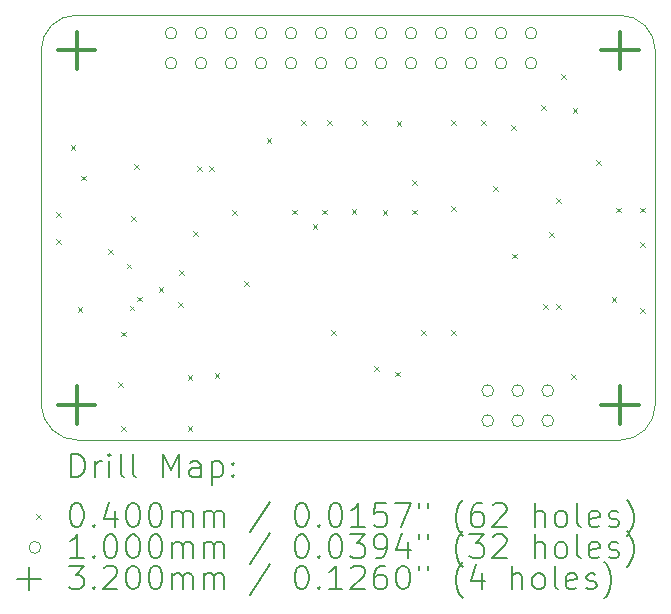
<source format=gbr>
%TF.GenerationSoftware,KiCad,Pcbnew,6.0.11-2627ca5db0~126~ubuntu22.04.1*%
%TF.CreationDate,2023-08-09T03:57:06+02:00*%
%TF.ProjectId,OpenCyphalPicoBase,4f70656e-4379-4706-9861-6c5069636f42,0.3*%
%TF.SameCoordinates,PX55d4a80PY57bcf00*%
%TF.FileFunction,Drillmap*%
%TF.FilePolarity,Positive*%
%FSLAX45Y45*%
G04 Gerber Fmt 4.5, Leading zero omitted, Abs format (unit mm)*
G04 Created by KiCad (PCBNEW 6.0.11-2627ca5db0~126~ubuntu22.04.1) date 2023-08-09 03:57:06*
%MOMM*%
%LPD*%
G01*
G04 APERTURE LIST*
%ADD10C,0.050000*%
%ADD11C,0.200000*%
%ADD12C,0.040000*%
%ADD13C,0.100000*%
%ADD14C,0.320000*%
G04 APERTURE END LIST*
D10*
X2300000Y-1800000D02*
X-2287868Y-1800000D01*
X-2600000Y1500000D02*
X-2600000Y-1500000D01*
X2600000Y1500000D02*
X2600000Y-1500000D01*
X2300000Y1800000D02*
X-2300000Y1800000D01*
X2600000Y1500000D02*
G75*
G03*
X2300000Y1800000I-300000J0D01*
G01*
X-2300000Y1800000D02*
G75*
G03*
X-2600000Y1500000I0J-300000D01*
G01*
X2300000Y-1800000D02*
G75*
G03*
X2600000Y-1500000I0J300000D01*
G01*
X-2600005Y-1500000D02*
G75*
G03*
X-2287868Y-1800000I312135J12380D01*
G01*
D11*
D12*
X-2470000Y130000D02*
X-2430000Y90000D01*
X-2430000Y130000D02*
X-2470000Y90000D01*
X-2470000Y-100000D02*
X-2430000Y-140000D01*
X-2430000Y-100000D02*
X-2470000Y-140000D01*
X-2350000Y700000D02*
X-2310000Y660000D01*
X-2310000Y700000D02*
X-2350000Y660000D01*
X-2290000Y-670000D02*
X-2250000Y-710000D01*
X-2250000Y-670000D02*
X-2290000Y-710000D01*
X-2260000Y440000D02*
X-2220000Y400000D01*
X-2220000Y440000D02*
X-2260000Y400000D01*
X-2030000Y-180000D02*
X-1990000Y-220000D01*
X-1990000Y-180000D02*
X-2030000Y-220000D01*
X-1950000Y-1310000D02*
X-1910000Y-1350000D01*
X-1910000Y-1310000D02*
X-1950000Y-1350000D01*
X-1920000Y-880000D02*
X-1880000Y-920000D01*
X-1880000Y-880000D02*
X-1920000Y-920000D01*
X-1920000Y-1680000D02*
X-1880000Y-1720000D01*
X-1880000Y-1680000D02*
X-1920000Y-1720000D01*
X-1875000Y-305000D02*
X-1835000Y-345000D01*
X-1835000Y-305000D02*
X-1875000Y-345000D01*
X-1850000Y-660000D02*
X-1810000Y-700000D01*
X-1810000Y-660000D02*
X-1850000Y-700000D01*
X-1840000Y100000D02*
X-1800000Y60000D01*
X-1800000Y100000D02*
X-1840000Y60000D01*
X-1810000Y540000D02*
X-1770000Y500000D01*
X-1770000Y540000D02*
X-1810000Y500000D01*
X-1784953Y-584112D02*
X-1744953Y-624112D01*
X-1744953Y-584112D02*
X-1784953Y-624112D01*
X-1604778Y-502861D02*
X-1564778Y-542861D01*
X-1564778Y-502861D02*
X-1604778Y-542861D01*
X-1440000Y-630000D02*
X-1400000Y-670000D01*
X-1400000Y-630000D02*
X-1440000Y-670000D01*
X-1430000Y-360000D02*
X-1390000Y-400000D01*
X-1390000Y-360000D02*
X-1430000Y-400000D01*
X-1360000Y-1250000D02*
X-1320000Y-1290000D01*
X-1320000Y-1250000D02*
X-1360000Y-1290000D01*
X-1360000Y-1680000D02*
X-1320000Y-1720000D01*
X-1320000Y-1680000D02*
X-1360000Y-1720000D01*
X-1310000Y-30000D02*
X-1270000Y-70000D01*
X-1270000Y-30000D02*
X-1310000Y-70000D01*
X-1279950Y520000D02*
X-1239950Y480000D01*
X-1239950Y520000D02*
X-1279950Y480000D01*
X-1180000Y520000D02*
X-1140000Y480000D01*
X-1140000Y520000D02*
X-1180000Y480000D01*
X-1130000Y-1230000D02*
X-1090000Y-1270000D01*
X-1090000Y-1230000D02*
X-1130000Y-1270000D01*
X-981000Y151000D02*
X-941000Y111000D01*
X-941000Y151000D02*
X-981000Y111000D01*
X-880000Y-450000D02*
X-840000Y-490000D01*
X-840000Y-450000D02*
X-880000Y-490000D01*
X-690000Y760000D02*
X-650000Y720000D01*
X-650000Y760000D02*
X-690000Y720000D01*
X-472000Y152000D02*
X-432000Y112000D01*
X-432000Y152000D02*
X-472000Y112000D01*
X-401000Y909000D02*
X-361000Y869000D01*
X-361000Y909000D02*
X-401000Y869000D01*
X-300000Y30000D02*
X-260000Y-10000D01*
X-260000Y30000D02*
X-300000Y-10000D01*
X-218000Y152000D02*
X-178000Y112000D01*
X-178000Y152000D02*
X-218000Y112000D01*
X-180000Y909000D02*
X-140000Y869000D01*
X-140000Y909000D02*
X-180000Y869000D01*
X-147000Y-869000D02*
X-107000Y-909000D01*
X-107000Y-869000D02*
X-147000Y-909000D01*
X29000Y159000D02*
X69000Y119000D01*
X69000Y159000D02*
X29000Y119000D01*
X120000Y909000D02*
X160000Y869000D01*
X160000Y909000D02*
X120000Y869000D01*
X220000Y-1170000D02*
X260000Y-1210000D01*
X260000Y-1170000D02*
X220000Y-1210000D01*
X291000Y151000D02*
X331000Y111000D01*
X331000Y151000D02*
X291000Y111000D01*
X400000Y-1220000D02*
X440000Y-1260000D01*
X440000Y-1220000D02*
X400000Y-1260000D01*
X410000Y900000D02*
X450000Y860000D01*
X450000Y900000D02*
X410000Y860000D01*
X540000Y400000D02*
X580000Y360000D01*
X580000Y400000D02*
X540000Y360000D01*
X542000Y152000D02*
X582000Y112000D01*
X582000Y152000D02*
X542000Y112000D01*
X615000Y-869000D02*
X655000Y-909000D01*
X655000Y-869000D02*
X615000Y-909000D01*
X869000Y909000D02*
X909000Y869000D01*
X909000Y909000D02*
X869000Y869000D01*
X869000Y-869000D02*
X909000Y-909000D01*
X909000Y-869000D02*
X869000Y-909000D01*
X870000Y180000D02*
X910000Y140000D01*
X910000Y180000D02*
X870000Y140000D01*
X1123000Y909000D02*
X1163000Y869000D01*
X1163000Y909000D02*
X1123000Y869000D01*
X1226143Y348803D02*
X1266143Y308803D01*
X1266143Y348803D02*
X1226143Y308803D01*
X1377000Y870000D02*
X1417000Y830000D01*
X1417000Y870000D02*
X1377000Y830000D01*
X1390000Y-220000D02*
X1430000Y-260000D01*
X1430000Y-220000D02*
X1390000Y-260000D01*
X1631000Y1036000D02*
X1671000Y996000D01*
X1671000Y1036000D02*
X1631000Y996000D01*
X1650000Y-649050D02*
X1690000Y-689050D01*
X1690000Y-649050D02*
X1650000Y-689050D01*
X1700000Y-40000D02*
X1740000Y-80000D01*
X1740000Y-40000D02*
X1700000Y-80000D01*
X1760000Y250000D02*
X1800000Y210000D01*
X1800000Y250000D02*
X1760000Y210000D01*
X1760000Y-649050D02*
X1800000Y-689050D01*
X1800000Y-649050D02*
X1760000Y-689050D01*
X1800000Y1300000D02*
X1840000Y1260000D01*
X1840000Y1300000D02*
X1800000Y1260000D01*
X1890000Y-1240000D02*
X1930000Y-1280000D01*
X1930000Y-1240000D02*
X1890000Y-1280000D01*
X1900000Y1010000D02*
X1940000Y970000D01*
X1940000Y1010000D02*
X1900000Y970000D01*
X2100000Y570000D02*
X2140000Y530000D01*
X2140000Y570000D02*
X2100000Y530000D01*
X2230000Y-590000D02*
X2270000Y-630000D01*
X2270000Y-590000D02*
X2230000Y-630000D01*
X2270000Y170000D02*
X2310000Y130000D01*
X2310000Y170000D02*
X2270000Y130000D01*
X2470000Y170000D02*
X2510000Y130000D01*
X2510000Y170000D02*
X2470000Y130000D01*
X2470000Y-120000D02*
X2510000Y-160000D01*
X2510000Y-120000D02*
X2470000Y-160000D01*
X2470000Y-680000D02*
X2510000Y-720000D01*
X2510000Y-680000D02*
X2470000Y-720000D01*
D13*
X-1450000Y1646500D02*
G75*
G03*
X-1450000Y1646500I-50000J0D01*
G01*
X-1450000Y1392500D02*
G75*
G03*
X-1450000Y1392500I-50000J0D01*
G01*
X-1196000Y1646500D02*
G75*
G03*
X-1196000Y1646500I-50000J0D01*
G01*
X-1196000Y1392500D02*
G75*
G03*
X-1196000Y1392500I-50000J0D01*
G01*
X-942000Y1646500D02*
G75*
G03*
X-942000Y1646500I-50000J0D01*
G01*
X-942000Y1392500D02*
G75*
G03*
X-942000Y1392500I-50000J0D01*
G01*
X-688000Y1646500D02*
G75*
G03*
X-688000Y1646500I-50000J0D01*
G01*
X-688000Y1392500D02*
G75*
G03*
X-688000Y1392500I-50000J0D01*
G01*
X-434000Y1646500D02*
G75*
G03*
X-434000Y1646500I-50000J0D01*
G01*
X-434000Y1392500D02*
G75*
G03*
X-434000Y1392500I-50000J0D01*
G01*
X-180000Y1646500D02*
G75*
G03*
X-180000Y1646500I-50000J0D01*
G01*
X-180000Y1392500D02*
G75*
G03*
X-180000Y1392500I-50000J0D01*
G01*
X74000Y1646500D02*
G75*
G03*
X74000Y1646500I-50000J0D01*
G01*
X74000Y1392500D02*
G75*
G03*
X74000Y1392500I-50000J0D01*
G01*
X328000Y1646500D02*
G75*
G03*
X328000Y1646500I-50000J0D01*
G01*
X328000Y1392500D02*
G75*
G03*
X328000Y1392500I-50000J0D01*
G01*
X582000Y1646500D02*
G75*
G03*
X582000Y1646500I-50000J0D01*
G01*
X582000Y1392500D02*
G75*
G03*
X582000Y1392500I-50000J0D01*
G01*
X836000Y1646500D02*
G75*
G03*
X836000Y1646500I-50000J0D01*
G01*
X836000Y1392500D02*
G75*
G03*
X836000Y1392500I-50000J0D01*
G01*
X1090000Y1646500D02*
G75*
G03*
X1090000Y1646500I-50000J0D01*
G01*
X1090000Y1392500D02*
G75*
G03*
X1090000Y1392500I-50000J0D01*
G01*
X1232000Y-1380000D02*
G75*
G03*
X1232000Y-1380000I-50000J0D01*
G01*
X1232000Y-1634000D02*
G75*
G03*
X1232000Y-1634000I-50000J0D01*
G01*
X1344000Y1646500D02*
G75*
G03*
X1344000Y1646500I-50000J0D01*
G01*
X1344000Y1392500D02*
G75*
G03*
X1344000Y1392500I-50000J0D01*
G01*
X1486000Y-1380000D02*
G75*
G03*
X1486000Y-1380000I-50000J0D01*
G01*
X1486000Y-1634000D02*
G75*
G03*
X1486000Y-1634000I-50000J0D01*
G01*
X1598000Y1646500D02*
G75*
G03*
X1598000Y1646500I-50000J0D01*
G01*
X1598000Y1392500D02*
G75*
G03*
X1598000Y1392500I-50000J0D01*
G01*
X1740000Y-1380000D02*
G75*
G03*
X1740000Y-1380000I-50000J0D01*
G01*
X1740000Y-1634000D02*
G75*
G03*
X1740000Y-1634000I-50000J0D01*
G01*
D14*
X-2300000Y1660000D02*
X-2300000Y1340000D01*
X-2460000Y1500000D02*
X-2140000Y1500000D01*
X-2300000Y-1340000D02*
X-2300000Y-1660000D01*
X-2460000Y-1500000D02*
X-2140000Y-1500000D01*
X2300000Y1660000D02*
X2300000Y1340000D01*
X2140000Y1500000D02*
X2460000Y1500000D01*
X2300000Y-1340000D02*
X2300000Y-1660000D01*
X2140000Y-1500000D02*
X2460000Y-1500000D01*
D11*
X-2344881Y-2112976D02*
X-2344881Y-1912976D01*
X-2297262Y-1912976D01*
X-2268691Y-1922500D01*
X-2249643Y-1941548D01*
X-2240119Y-1960595D01*
X-2230595Y-1998690D01*
X-2230595Y-2027262D01*
X-2240119Y-2065357D01*
X-2249643Y-2084405D01*
X-2268691Y-2103452D01*
X-2297262Y-2112976D01*
X-2344881Y-2112976D01*
X-2144881Y-2112976D02*
X-2144881Y-1979643D01*
X-2144881Y-2017738D02*
X-2135357Y-1998690D01*
X-2125833Y-1989167D01*
X-2106786Y-1979643D01*
X-2087738Y-1979643D01*
X-2021071Y-2112976D02*
X-2021071Y-1979643D01*
X-2021071Y-1912976D02*
X-2030595Y-1922500D01*
X-2021071Y-1932024D01*
X-2011548Y-1922500D01*
X-2021071Y-1912976D01*
X-2021071Y-1932024D01*
X-1897262Y-2112976D02*
X-1916310Y-2103452D01*
X-1925833Y-2084405D01*
X-1925833Y-1912976D01*
X-1792500Y-2112976D02*
X-1811548Y-2103452D01*
X-1821071Y-2084405D01*
X-1821071Y-1912976D01*
X-1563929Y-2112976D02*
X-1563929Y-1912976D01*
X-1497262Y-2055833D01*
X-1430595Y-1912976D01*
X-1430595Y-2112976D01*
X-1249643Y-2112976D02*
X-1249643Y-2008214D01*
X-1259167Y-1989167D01*
X-1278214Y-1979643D01*
X-1316310Y-1979643D01*
X-1335357Y-1989167D01*
X-1249643Y-2103452D02*
X-1268691Y-2112976D01*
X-1316310Y-2112976D01*
X-1335357Y-2103452D01*
X-1344881Y-2084405D01*
X-1344881Y-2065357D01*
X-1335357Y-2046309D01*
X-1316310Y-2036786D01*
X-1268691Y-2036786D01*
X-1249643Y-2027262D01*
X-1154405Y-1979643D02*
X-1154405Y-2179643D01*
X-1154405Y-1989167D02*
X-1135357Y-1979643D01*
X-1097262Y-1979643D01*
X-1078214Y-1989167D01*
X-1068691Y-1998690D01*
X-1059167Y-2017738D01*
X-1059167Y-2074881D01*
X-1068691Y-2093928D01*
X-1078214Y-2103452D01*
X-1097262Y-2112976D01*
X-1135357Y-2112976D01*
X-1154405Y-2103452D01*
X-973452Y-2093928D02*
X-963929Y-2103452D01*
X-973452Y-2112976D01*
X-982976Y-2103452D01*
X-973452Y-2093928D01*
X-973452Y-2112976D01*
X-973452Y-1989167D02*
X-963929Y-1998690D01*
X-973452Y-2008214D01*
X-982976Y-1998690D01*
X-973452Y-1989167D01*
X-973452Y-2008214D01*
D12*
X-2642500Y-2422500D02*
X-2602500Y-2462500D01*
X-2602500Y-2422500D02*
X-2642500Y-2462500D01*
D11*
X-2306786Y-2332976D02*
X-2287738Y-2332976D01*
X-2268691Y-2342500D01*
X-2259167Y-2352024D01*
X-2249643Y-2371071D01*
X-2240119Y-2409167D01*
X-2240119Y-2456786D01*
X-2249643Y-2494881D01*
X-2259167Y-2513929D01*
X-2268691Y-2523452D01*
X-2287738Y-2532976D01*
X-2306786Y-2532976D01*
X-2325833Y-2523452D01*
X-2335357Y-2513929D01*
X-2344881Y-2494881D01*
X-2354405Y-2456786D01*
X-2354405Y-2409167D01*
X-2344881Y-2371071D01*
X-2335357Y-2352024D01*
X-2325833Y-2342500D01*
X-2306786Y-2332976D01*
X-2154405Y-2513929D02*
X-2144881Y-2523452D01*
X-2154405Y-2532976D01*
X-2163929Y-2523452D01*
X-2154405Y-2513929D01*
X-2154405Y-2532976D01*
X-1973452Y-2399643D02*
X-1973452Y-2532976D01*
X-2021071Y-2323452D02*
X-2068690Y-2466310D01*
X-1944881Y-2466310D01*
X-1830595Y-2332976D02*
X-1811548Y-2332976D01*
X-1792500Y-2342500D01*
X-1782976Y-2352024D01*
X-1773452Y-2371071D01*
X-1763929Y-2409167D01*
X-1763929Y-2456786D01*
X-1773452Y-2494881D01*
X-1782976Y-2513929D01*
X-1792500Y-2523452D01*
X-1811548Y-2532976D01*
X-1830595Y-2532976D01*
X-1849643Y-2523452D01*
X-1859167Y-2513929D01*
X-1868690Y-2494881D01*
X-1878214Y-2456786D01*
X-1878214Y-2409167D01*
X-1868690Y-2371071D01*
X-1859167Y-2352024D01*
X-1849643Y-2342500D01*
X-1830595Y-2332976D01*
X-1640119Y-2332976D02*
X-1621071Y-2332976D01*
X-1602024Y-2342500D01*
X-1592500Y-2352024D01*
X-1582976Y-2371071D01*
X-1573452Y-2409167D01*
X-1573452Y-2456786D01*
X-1582976Y-2494881D01*
X-1592500Y-2513929D01*
X-1602024Y-2523452D01*
X-1621071Y-2532976D01*
X-1640119Y-2532976D01*
X-1659167Y-2523452D01*
X-1668690Y-2513929D01*
X-1678214Y-2494881D01*
X-1687738Y-2456786D01*
X-1687738Y-2409167D01*
X-1678214Y-2371071D01*
X-1668690Y-2352024D01*
X-1659167Y-2342500D01*
X-1640119Y-2332976D01*
X-1487738Y-2532976D02*
X-1487738Y-2399643D01*
X-1487738Y-2418690D02*
X-1478214Y-2409167D01*
X-1459167Y-2399643D01*
X-1430595Y-2399643D01*
X-1411548Y-2409167D01*
X-1402024Y-2428214D01*
X-1402024Y-2532976D01*
X-1402024Y-2428214D02*
X-1392500Y-2409167D01*
X-1373452Y-2399643D01*
X-1344881Y-2399643D01*
X-1325833Y-2409167D01*
X-1316310Y-2428214D01*
X-1316310Y-2532976D01*
X-1221072Y-2532976D02*
X-1221072Y-2399643D01*
X-1221072Y-2418690D02*
X-1211548Y-2409167D01*
X-1192500Y-2399643D01*
X-1163929Y-2399643D01*
X-1144881Y-2409167D01*
X-1135357Y-2428214D01*
X-1135357Y-2532976D01*
X-1135357Y-2428214D02*
X-1125833Y-2409167D01*
X-1106786Y-2399643D01*
X-1078214Y-2399643D01*
X-1059167Y-2409167D01*
X-1049643Y-2428214D01*
X-1049643Y-2532976D01*
X-659167Y-2323452D02*
X-830595Y-2580595D01*
X-402024Y-2332976D02*
X-382976Y-2332976D01*
X-363929Y-2342500D01*
X-354405Y-2352024D01*
X-344881Y-2371071D01*
X-335357Y-2409167D01*
X-335357Y-2456786D01*
X-344881Y-2494881D01*
X-354405Y-2513929D01*
X-363929Y-2523452D01*
X-382976Y-2532976D01*
X-402024Y-2532976D01*
X-421071Y-2523452D01*
X-430595Y-2513929D01*
X-440119Y-2494881D01*
X-449643Y-2456786D01*
X-449643Y-2409167D01*
X-440119Y-2371071D01*
X-430595Y-2352024D01*
X-421071Y-2342500D01*
X-402024Y-2332976D01*
X-249643Y-2513929D02*
X-240119Y-2523452D01*
X-249643Y-2532976D01*
X-259167Y-2523452D01*
X-249643Y-2513929D01*
X-249643Y-2532976D01*
X-116310Y-2332976D02*
X-97262Y-2332976D01*
X-78214Y-2342500D01*
X-68691Y-2352024D01*
X-59167Y-2371071D01*
X-49643Y-2409167D01*
X-49643Y-2456786D01*
X-59167Y-2494881D01*
X-68691Y-2513929D01*
X-78214Y-2523452D01*
X-97262Y-2532976D01*
X-116310Y-2532976D01*
X-135357Y-2523452D01*
X-144881Y-2513929D01*
X-154405Y-2494881D01*
X-163929Y-2456786D01*
X-163929Y-2409167D01*
X-154405Y-2371071D01*
X-144881Y-2352024D01*
X-135357Y-2342500D01*
X-116310Y-2332976D01*
X140833Y-2532976D02*
X26548Y-2532976D01*
X83690Y-2532976D02*
X83690Y-2332976D01*
X64643Y-2361548D01*
X45595Y-2380595D01*
X26548Y-2390119D01*
X321786Y-2332976D02*
X226548Y-2332976D01*
X217024Y-2428214D01*
X226548Y-2418690D01*
X245595Y-2409167D01*
X293214Y-2409167D01*
X312262Y-2418690D01*
X321786Y-2428214D01*
X331310Y-2447262D01*
X331310Y-2494881D01*
X321786Y-2513929D01*
X312262Y-2523452D01*
X293214Y-2532976D01*
X245595Y-2532976D01*
X226548Y-2523452D01*
X217024Y-2513929D01*
X397976Y-2332976D02*
X531310Y-2332976D01*
X445595Y-2532976D01*
X597976Y-2332976D02*
X597976Y-2371071D01*
X674167Y-2332976D02*
X674167Y-2371071D01*
X969405Y-2609167D02*
X959881Y-2599643D01*
X940833Y-2571071D01*
X931309Y-2552024D01*
X921786Y-2523452D01*
X912262Y-2475833D01*
X912262Y-2437738D01*
X921786Y-2390119D01*
X931309Y-2361548D01*
X940833Y-2342500D01*
X959881Y-2313929D01*
X969405Y-2304405D01*
X1131310Y-2332976D02*
X1093214Y-2332976D01*
X1074167Y-2342500D01*
X1064643Y-2352024D01*
X1045595Y-2380595D01*
X1036071Y-2418690D01*
X1036071Y-2494881D01*
X1045595Y-2513929D01*
X1055119Y-2523452D01*
X1074167Y-2532976D01*
X1112262Y-2532976D01*
X1131310Y-2523452D01*
X1140833Y-2513929D01*
X1150357Y-2494881D01*
X1150357Y-2447262D01*
X1140833Y-2428214D01*
X1131310Y-2418690D01*
X1112262Y-2409167D01*
X1074167Y-2409167D01*
X1055119Y-2418690D01*
X1045595Y-2428214D01*
X1036071Y-2447262D01*
X1226548Y-2352024D02*
X1236071Y-2342500D01*
X1255119Y-2332976D01*
X1302738Y-2332976D01*
X1321786Y-2342500D01*
X1331310Y-2352024D01*
X1340833Y-2371071D01*
X1340833Y-2390119D01*
X1331310Y-2418690D01*
X1217024Y-2532976D01*
X1340833Y-2532976D01*
X1578928Y-2532976D02*
X1578928Y-2332976D01*
X1664643Y-2532976D02*
X1664643Y-2428214D01*
X1655119Y-2409167D01*
X1636071Y-2399643D01*
X1607500Y-2399643D01*
X1588452Y-2409167D01*
X1578928Y-2418690D01*
X1788452Y-2532976D02*
X1769405Y-2523452D01*
X1759881Y-2513929D01*
X1750357Y-2494881D01*
X1750357Y-2437738D01*
X1759881Y-2418690D01*
X1769405Y-2409167D01*
X1788452Y-2399643D01*
X1817024Y-2399643D01*
X1836071Y-2409167D01*
X1845595Y-2418690D01*
X1855119Y-2437738D01*
X1855119Y-2494881D01*
X1845595Y-2513929D01*
X1836071Y-2523452D01*
X1817024Y-2532976D01*
X1788452Y-2532976D01*
X1969405Y-2532976D02*
X1950357Y-2523452D01*
X1940833Y-2504405D01*
X1940833Y-2332976D01*
X2121786Y-2523452D02*
X2102738Y-2532976D01*
X2064643Y-2532976D01*
X2045595Y-2523452D01*
X2036071Y-2504405D01*
X2036071Y-2428214D01*
X2045595Y-2409167D01*
X2064643Y-2399643D01*
X2102738Y-2399643D01*
X2121786Y-2409167D01*
X2131310Y-2428214D01*
X2131310Y-2447262D01*
X2036071Y-2466310D01*
X2207500Y-2523452D02*
X2226548Y-2532976D01*
X2264643Y-2532976D01*
X2283690Y-2523452D01*
X2293214Y-2504405D01*
X2293214Y-2494881D01*
X2283690Y-2475833D01*
X2264643Y-2466310D01*
X2236071Y-2466310D01*
X2217024Y-2456786D01*
X2207500Y-2437738D01*
X2207500Y-2428214D01*
X2217024Y-2409167D01*
X2236071Y-2399643D01*
X2264643Y-2399643D01*
X2283690Y-2409167D01*
X2359881Y-2609167D02*
X2369405Y-2599643D01*
X2388452Y-2571071D01*
X2397976Y-2552024D01*
X2407500Y-2523452D01*
X2417024Y-2475833D01*
X2417024Y-2437738D01*
X2407500Y-2390119D01*
X2397976Y-2361548D01*
X2388452Y-2342500D01*
X2369405Y-2313929D01*
X2359881Y-2304405D01*
D13*
X-2602500Y-2706500D02*
G75*
G03*
X-2602500Y-2706500I-50000J0D01*
G01*
D11*
X-2240119Y-2796976D02*
X-2354405Y-2796976D01*
X-2297262Y-2796976D02*
X-2297262Y-2596976D01*
X-2316310Y-2625548D01*
X-2335357Y-2644595D01*
X-2354405Y-2654119D01*
X-2154405Y-2777929D02*
X-2144881Y-2787452D01*
X-2154405Y-2796976D01*
X-2163929Y-2787452D01*
X-2154405Y-2777929D01*
X-2154405Y-2796976D01*
X-2021071Y-2596976D02*
X-2002024Y-2596976D01*
X-1982976Y-2606500D01*
X-1973452Y-2616024D01*
X-1963929Y-2635071D01*
X-1954405Y-2673167D01*
X-1954405Y-2720786D01*
X-1963929Y-2758881D01*
X-1973452Y-2777929D01*
X-1982976Y-2787452D01*
X-2002024Y-2796976D01*
X-2021071Y-2796976D01*
X-2040119Y-2787452D01*
X-2049643Y-2777929D01*
X-2059167Y-2758881D01*
X-2068690Y-2720786D01*
X-2068690Y-2673167D01*
X-2059167Y-2635071D01*
X-2049643Y-2616024D01*
X-2040119Y-2606500D01*
X-2021071Y-2596976D01*
X-1830595Y-2596976D02*
X-1811548Y-2596976D01*
X-1792500Y-2606500D01*
X-1782976Y-2616024D01*
X-1773452Y-2635071D01*
X-1763929Y-2673167D01*
X-1763929Y-2720786D01*
X-1773452Y-2758881D01*
X-1782976Y-2777929D01*
X-1792500Y-2787452D01*
X-1811548Y-2796976D01*
X-1830595Y-2796976D01*
X-1849643Y-2787452D01*
X-1859167Y-2777929D01*
X-1868690Y-2758881D01*
X-1878214Y-2720786D01*
X-1878214Y-2673167D01*
X-1868690Y-2635071D01*
X-1859167Y-2616024D01*
X-1849643Y-2606500D01*
X-1830595Y-2596976D01*
X-1640119Y-2596976D02*
X-1621071Y-2596976D01*
X-1602024Y-2606500D01*
X-1592500Y-2616024D01*
X-1582976Y-2635071D01*
X-1573452Y-2673167D01*
X-1573452Y-2720786D01*
X-1582976Y-2758881D01*
X-1592500Y-2777929D01*
X-1602024Y-2787452D01*
X-1621071Y-2796976D01*
X-1640119Y-2796976D01*
X-1659167Y-2787452D01*
X-1668690Y-2777929D01*
X-1678214Y-2758881D01*
X-1687738Y-2720786D01*
X-1687738Y-2673167D01*
X-1678214Y-2635071D01*
X-1668690Y-2616024D01*
X-1659167Y-2606500D01*
X-1640119Y-2596976D01*
X-1487738Y-2796976D02*
X-1487738Y-2663643D01*
X-1487738Y-2682690D02*
X-1478214Y-2673167D01*
X-1459167Y-2663643D01*
X-1430595Y-2663643D01*
X-1411548Y-2673167D01*
X-1402024Y-2692214D01*
X-1402024Y-2796976D01*
X-1402024Y-2692214D02*
X-1392500Y-2673167D01*
X-1373452Y-2663643D01*
X-1344881Y-2663643D01*
X-1325833Y-2673167D01*
X-1316310Y-2692214D01*
X-1316310Y-2796976D01*
X-1221072Y-2796976D02*
X-1221072Y-2663643D01*
X-1221072Y-2682690D02*
X-1211548Y-2673167D01*
X-1192500Y-2663643D01*
X-1163929Y-2663643D01*
X-1144881Y-2673167D01*
X-1135357Y-2692214D01*
X-1135357Y-2796976D01*
X-1135357Y-2692214D02*
X-1125833Y-2673167D01*
X-1106786Y-2663643D01*
X-1078214Y-2663643D01*
X-1059167Y-2673167D01*
X-1049643Y-2692214D01*
X-1049643Y-2796976D01*
X-659167Y-2587452D02*
X-830595Y-2844595D01*
X-402024Y-2596976D02*
X-382976Y-2596976D01*
X-363929Y-2606500D01*
X-354405Y-2616024D01*
X-344881Y-2635071D01*
X-335357Y-2673167D01*
X-335357Y-2720786D01*
X-344881Y-2758881D01*
X-354405Y-2777929D01*
X-363929Y-2787452D01*
X-382976Y-2796976D01*
X-402024Y-2796976D01*
X-421071Y-2787452D01*
X-430595Y-2777929D01*
X-440119Y-2758881D01*
X-449643Y-2720786D01*
X-449643Y-2673167D01*
X-440119Y-2635071D01*
X-430595Y-2616024D01*
X-421071Y-2606500D01*
X-402024Y-2596976D01*
X-249643Y-2777929D02*
X-240119Y-2787452D01*
X-249643Y-2796976D01*
X-259167Y-2787452D01*
X-249643Y-2777929D01*
X-249643Y-2796976D01*
X-116310Y-2596976D02*
X-97262Y-2596976D01*
X-78214Y-2606500D01*
X-68691Y-2616024D01*
X-59167Y-2635071D01*
X-49643Y-2673167D01*
X-49643Y-2720786D01*
X-59167Y-2758881D01*
X-68691Y-2777929D01*
X-78214Y-2787452D01*
X-97262Y-2796976D01*
X-116310Y-2796976D01*
X-135357Y-2787452D01*
X-144881Y-2777929D01*
X-154405Y-2758881D01*
X-163929Y-2720786D01*
X-163929Y-2673167D01*
X-154405Y-2635071D01*
X-144881Y-2616024D01*
X-135357Y-2606500D01*
X-116310Y-2596976D01*
X17024Y-2596976D02*
X140833Y-2596976D01*
X74167Y-2673167D01*
X102738Y-2673167D01*
X121786Y-2682690D01*
X131310Y-2692214D01*
X140833Y-2711262D01*
X140833Y-2758881D01*
X131310Y-2777929D01*
X121786Y-2787452D01*
X102738Y-2796976D01*
X45595Y-2796976D01*
X26548Y-2787452D01*
X17024Y-2777929D01*
X236071Y-2796976D02*
X274167Y-2796976D01*
X293214Y-2787452D01*
X302738Y-2777929D01*
X321786Y-2749357D01*
X331310Y-2711262D01*
X331310Y-2635071D01*
X321786Y-2616024D01*
X312262Y-2606500D01*
X293214Y-2596976D01*
X255119Y-2596976D01*
X236071Y-2606500D01*
X226548Y-2616024D01*
X217024Y-2635071D01*
X217024Y-2682690D01*
X226548Y-2701738D01*
X236071Y-2711262D01*
X255119Y-2720786D01*
X293214Y-2720786D01*
X312262Y-2711262D01*
X321786Y-2701738D01*
X331310Y-2682690D01*
X502738Y-2663643D02*
X502738Y-2796976D01*
X455119Y-2587452D02*
X407500Y-2730310D01*
X531310Y-2730310D01*
X597976Y-2596976D02*
X597976Y-2635071D01*
X674167Y-2596976D02*
X674167Y-2635071D01*
X969405Y-2873167D02*
X959881Y-2863643D01*
X940833Y-2835071D01*
X931309Y-2816024D01*
X921786Y-2787452D01*
X912262Y-2739833D01*
X912262Y-2701738D01*
X921786Y-2654119D01*
X931309Y-2625548D01*
X940833Y-2606500D01*
X959881Y-2577929D01*
X969405Y-2568405D01*
X1026548Y-2596976D02*
X1150357Y-2596976D01*
X1083690Y-2673167D01*
X1112262Y-2673167D01*
X1131310Y-2682690D01*
X1140833Y-2692214D01*
X1150357Y-2711262D01*
X1150357Y-2758881D01*
X1140833Y-2777929D01*
X1131310Y-2787452D01*
X1112262Y-2796976D01*
X1055119Y-2796976D01*
X1036071Y-2787452D01*
X1026548Y-2777929D01*
X1226548Y-2616024D02*
X1236071Y-2606500D01*
X1255119Y-2596976D01*
X1302738Y-2596976D01*
X1321786Y-2606500D01*
X1331310Y-2616024D01*
X1340833Y-2635071D01*
X1340833Y-2654119D01*
X1331310Y-2682690D01*
X1217024Y-2796976D01*
X1340833Y-2796976D01*
X1578928Y-2796976D02*
X1578928Y-2596976D01*
X1664643Y-2796976D02*
X1664643Y-2692214D01*
X1655119Y-2673167D01*
X1636071Y-2663643D01*
X1607500Y-2663643D01*
X1588452Y-2673167D01*
X1578928Y-2682690D01*
X1788452Y-2796976D02*
X1769405Y-2787452D01*
X1759881Y-2777929D01*
X1750357Y-2758881D01*
X1750357Y-2701738D01*
X1759881Y-2682690D01*
X1769405Y-2673167D01*
X1788452Y-2663643D01*
X1817024Y-2663643D01*
X1836071Y-2673167D01*
X1845595Y-2682690D01*
X1855119Y-2701738D01*
X1855119Y-2758881D01*
X1845595Y-2777929D01*
X1836071Y-2787452D01*
X1817024Y-2796976D01*
X1788452Y-2796976D01*
X1969405Y-2796976D02*
X1950357Y-2787452D01*
X1940833Y-2768405D01*
X1940833Y-2596976D01*
X2121786Y-2787452D02*
X2102738Y-2796976D01*
X2064643Y-2796976D01*
X2045595Y-2787452D01*
X2036071Y-2768405D01*
X2036071Y-2692214D01*
X2045595Y-2673167D01*
X2064643Y-2663643D01*
X2102738Y-2663643D01*
X2121786Y-2673167D01*
X2131310Y-2692214D01*
X2131310Y-2711262D01*
X2036071Y-2730310D01*
X2207500Y-2787452D02*
X2226548Y-2796976D01*
X2264643Y-2796976D01*
X2283690Y-2787452D01*
X2293214Y-2768405D01*
X2293214Y-2758881D01*
X2283690Y-2739833D01*
X2264643Y-2730310D01*
X2236071Y-2730310D01*
X2217024Y-2720786D01*
X2207500Y-2701738D01*
X2207500Y-2692214D01*
X2217024Y-2673167D01*
X2236071Y-2663643D01*
X2264643Y-2663643D01*
X2283690Y-2673167D01*
X2359881Y-2873167D02*
X2369405Y-2863643D01*
X2388452Y-2835071D01*
X2397976Y-2816024D01*
X2407500Y-2787452D01*
X2417024Y-2739833D01*
X2417024Y-2701738D01*
X2407500Y-2654119D01*
X2397976Y-2625548D01*
X2388452Y-2606500D01*
X2369405Y-2577929D01*
X2359881Y-2568405D01*
X-2702500Y-2870500D02*
X-2702500Y-3070500D01*
X-2802500Y-2970500D02*
X-2602500Y-2970500D01*
X-2363929Y-2860976D02*
X-2240119Y-2860976D01*
X-2306786Y-2937167D01*
X-2278214Y-2937167D01*
X-2259167Y-2946690D01*
X-2249643Y-2956214D01*
X-2240119Y-2975262D01*
X-2240119Y-3022881D01*
X-2249643Y-3041928D01*
X-2259167Y-3051452D01*
X-2278214Y-3060976D01*
X-2335357Y-3060976D01*
X-2354405Y-3051452D01*
X-2363929Y-3041928D01*
X-2154405Y-3041928D02*
X-2144881Y-3051452D01*
X-2154405Y-3060976D01*
X-2163929Y-3051452D01*
X-2154405Y-3041928D01*
X-2154405Y-3060976D01*
X-2068690Y-2880024D02*
X-2059167Y-2870500D01*
X-2040119Y-2860976D01*
X-1992500Y-2860976D01*
X-1973452Y-2870500D01*
X-1963929Y-2880024D01*
X-1954405Y-2899071D01*
X-1954405Y-2918119D01*
X-1963929Y-2946690D01*
X-2078214Y-3060976D01*
X-1954405Y-3060976D01*
X-1830595Y-2860976D02*
X-1811548Y-2860976D01*
X-1792500Y-2870500D01*
X-1782976Y-2880024D01*
X-1773452Y-2899071D01*
X-1763929Y-2937167D01*
X-1763929Y-2984786D01*
X-1773452Y-3022881D01*
X-1782976Y-3041928D01*
X-1792500Y-3051452D01*
X-1811548Y-3060976D01*
X-1830595Y-3060976D01*
X-1849643Y-3051452D01*
X-1859167Y-3041928D01*
X-1868690Y-3022881D01*
X-1878214Y-2984786D01*
X-1878214Y-2937167D01*
X-1868690Y-2899071D01*
X-1859167Y-2880024D01*
X-1849643Y-2870500D01*
X-1830595Y-2860976D01*
X-1640119Y-2860976D02*
X-1621071Y-2860976D01*
X-1602024Y-2870500D01*
X-1592500Y-2880024D01*
X-1582976Y-2899071D01*
X-1573452Y-2937167D01*
X-1573452Y-2984786D01*
X-1582976Y-3022881D01*
X-1592500Y-3041928D01*
X-1602024Y-3051452D01*
X-1621071Y-3060976D01*
X-1640119Y-3060976D01*
X-1659167Y-3051452D01*
X-1668690Y-3041928D01*
X-1678214Y-3022881D01*
X-1687738Y-2984786D01*
X-1687738Y-2937167D01*
X-1678214Y-2899071D01*
X-1668690Y-2880024D01*
X-1659167Y-2870500D01*
X-1640119Y-2860976D01*
X-1487738Y-3060976D02*
X-1487738Y-2927643D01*
X-1487738Y-2946690D02*
X-1478214Y-2937167D01*
X-1459167Y-2927643D01*
X-1430595Y-2927643D01*
X-1411548Y-2937167D01*
X-1402024Y-2956214D01*
X-1402024Y-3060976D01*
X-1402024Y-2956214D02*
X-1392500Y-2937167D01*
X-1373452Y-2927643D01*
X-1344881Y-2927643D01*
X-1325833Y-2937167D01*
X-1316310Y-2956214D01*
X-1316310Y-3060976D01*
X-1221072Y-3060976D02*
X-1221072Y-2927643D01*
X-1221072Y-2946690D02*
X-1211548Y-2937167D01*
X-1192500Y-2927643D01*
X-1163929Y-2927643D01*
X-1144881Y-2937167D01*
X-1135357Y-2956214D01*
X-1135357Y-3060976D01*
X-1135357Y-2956214D02*
X-1125833Y-2937167D01*
X-1106786Y-2927643D01*
X-1078214Y-2927643D01*
X-1059167Y-2937167D01*
X-1049643Y-2956214D01*
X-1049643Y-3060976D01*
X-659167Y-2851452D02*
X-830595Y-3108595D01*
X-402024Y-2860976D02*
X-382976Y-2860976D01*
X-363929Y-2870500D01*
X-354405Y-2880024D01*
X-344881Y-2899071D01*
X-335357Y-2937167D01*
X-335357Y-2984786D01*
X-344881Y-3022881D01*
X-354405Y-3041928D01*
X-363929Y-3051452D01*
X-382976Y-3060976D01*
X-402024Y-3060976D01*
X-421071Y-3051452D01*
X-430595Y-3041928D01*
X-440119Y-3022881D01*
X-449643Y-2984786D01*
X-449643Y-2937167D01*
X-440119Y-2899071D01*
X-430595Y-2880024D01*
X-421071Y-2870500D01*
X-402024Y-2860976D01*
X-249643Y-3041928D02*
X-240119Y-3051452D01*
X-249643Y-3060976D01*
X-259167Y-3051452D01*
X-249643Y-3041928D01*
X-249643Y-3060976D01*
X-49643Y-3060976D02*
X-163929Y-3060976D01*
X-106786Y-3060976D02*
X-106786Y-2860976D01*
X-125833Y-2889548D01*
X-144881Y-2908595D01*
X-163929Y-2918119D01*
X26548Y-2880024D02*
X36071Y-2870500D01*
X55119Y-2860976D01*
X102738Y-2860976D01*
X121786Y-2870500D01*
X131310Y-2880024D01*
X140833Y-2899071D01*
X140833Y-2918119D01*
X131310Y-2946690D01*
X17024Y-3060976D01*
X140833Y-3060976D01*
X312262Y-2860976D02*
X274167Y-2860976D01*
X255119Y-2870500D01*
X245595Y-2880024D01*
X226548Y-2908595D01*
X217024Y-2946690D01*
X217024Y-3022881D01*
X226548Y-3041928D01*
X236071Y-3051452D01*
X255119Y-3060976D01*
X293214Y-3060976D01*
X312262Y-3051452D01*
X321786Y-3041928D01*
X331310Y-3022881D01*
X331310Y-2975262D01*
X321786Y-2956214D01*
X312262Y-2946690D01*
X293214Y-2937167D01*
X255119Y-2937167D01*
X236071Y-2946690D01*
X226548Y-2956214D01*
X217024Y-2975262D01*
X455119Y-2860976D02*
X474167Y-2860976D01*
X493214Y-2870500D01*
X502738Y-2880024D01*
X512262Y-2899071D01*
X521786Y-2937167D01*
X521786Y-2984786D01*
X512262Y-3022881D01*
X502738Y-3041928D01*
X493214Y-3051452D01*
X474167Y-3060976D01*
X455119Y-3060976D01*
X436071Y-3051452D01*
X426548Y-3041928D01*
X417024Y-3022881D01*
X407500Y-2984786D01*
X407500Y-2937167D01*
X417024Y-2899071D01*
X426548Y-2880024D01*
X436071Y-2870500D01*
X455119Y-2860976D01*
X597976Y-2860976D02*
X597976Y-2899071D01*
X674167Y-2860976D02*
X674167Y-2899071D01*
X969405Y-3137167D02*
X959881Y-3127643D01*
X940833Y-3099071D01*
X931309Y-3080024D01*
X921786Y-3051452D01*
X912262Y-3003833D01*
X912262Y-2965738D01*
X921786Y-2918119D01*
X931309Y-2889548D01*
X940833Y-2870500D01*
X959881Y-2841928D01*
X969405Y-2832405D01*
X1131310Y-2927643D02*
X1131310Y-3060976D01*
X1083690Y-2851452D02*
X1036071Y-2994309D01*
X1159881Y-2994309D01*
X1388452Y-3060976D02*
X1388452Y-2860976D01*
X1474167Y-3060976D02*
X1474167Y-2956214D01*
X1464643Y-2937167D01*
X1445595Y-2927643D01*
X1417024Y-2927643D01*
X1397976Y-2937167D01*
X1388452Y-2946690D01*
X1597976Y-3060976D02*
X1578928Y-3051452D01*
X1569405Y-3041928D01*
X1559881Y-3022881D01*
X1559881Y-2965738D01*
X1569405Y-2946690D01*
X1578928Y-2937167D01*
X1597976Y-2927643D01*
X1626548Y-2927643D01*
X1645595Y-2937167D01*
X1655119Y-2946690D01*
X1664643Y-2965738D01*
X1664643Y-3022881D01*
X1655119Y-3041928D01*
X1645595Y-3051452D01*
X1626548Y-3060976D01*
X1597976Y-3060976D01*
X1778928Y-3060976D02*
X1759881Y-3051452D01*
X1750357Y-3032405D01*
X1750357Y-2860976D01*
X1931309Y-3051452D02*
X1912262Y-3060976D01*
X1874167Y-3060976D01*
X1855119Y-3051452D01*
X1845595Y-3032405D01*
X1845595Y-2956214D01*
X1855119Y-2937167D01*
X1874167Y-2927643D01*
X1912262Y-2927643D01*
X1931309Y-2937167D01*
X1940833Y-2956214D01*
X1940833Y-2975262D01*
X1845595Y-2994309D01*
X2017024Y-3051452D02*
X2036071Y-3060976D01*
X2074167Y-3060976D01*
X2093214Y-3051452D01*
X2102738Y-3032405D01*
X2102738Y-3022881D01*
X2093214Y-3003833D01*
X2074167Y-2994309D01*
X2045595Y-2994309D01*
X2026548Y-2984786D01*
X2017024Y-2965738D01*
X2017024Y-2956214D01*
X2026548Y-2937167D01*
X2045595Y-2927643D01*
X2074167Y-2927643D01*
X2093214Y-2937167D01*
X2169405Y-3137167D02*
X2178929Y-3127643D01*
X2197976Y-3099071D01*
X2207500Y-3080024D01*
X2217024Y-3051452D01*
X2226548Y-3003833D01*
X2226548Y-2965738D01*
X2217024Y-2918119D01*
X2207500Y-2889548D01*
X2197976Y-2870500D01*
X2178929Y-2841928D01*
X2169405Y-2832405D01*
M02*

</source>
